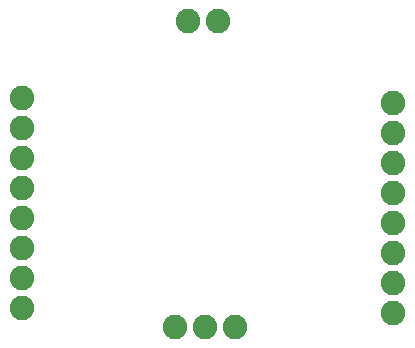
<source format=gbr>
G04 EAGLE Gerber RS-274X export*
G75*
%MOMM*%
%FSLAX34Y34*%
%LPD*%
%INSoldermask Bottom*%
%IPPOS*%
%AMOC8*
5,1,8,0,0,1.08239X$1,22.5*%
G01*
%ADD10C,2.082800*%


D10*
X183300Y299800D03*
X208700Y299800D03*
X223200Y40200D03*
X197800Y40200D03*
X172400Y40200D03*
X42620Y56570D03*
X42620Y81970D03*
X42620Y107370D03*
X42620Y132770D03*
X42620Y158170D03*
X42620Y183570D03*
X42620Y208970D03*
X42620Y234370D03*
X356700Y230200D03*
X356700Y204800D03*
X356700Y179400D03*
X356700Y154000D03*
X356700Y128600D03*
X356700Y103200D03*
X356700Y77800D03*
X356700Y52400D03*
M02*

</source>
